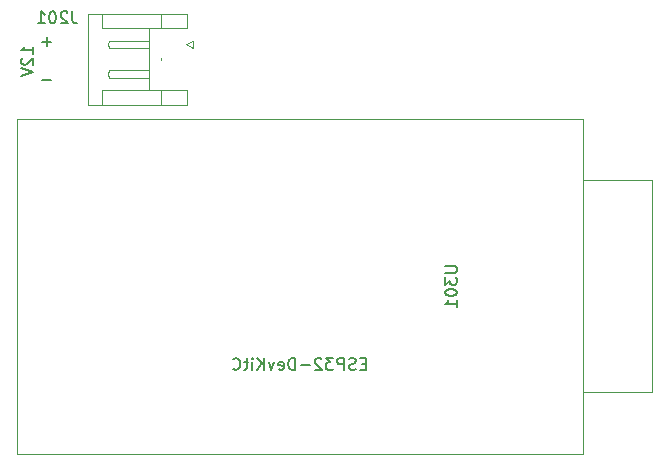
<source format=gbr>
%TF.GenerationSoftware,KiCad,Pcbnew,9.0.4*%
%TF.CreationDate,2025-12-06T22:06:24+01:00*%
%TF.ProjectId,bluebox,626c7565-626f-4782-9e6b-696361645f70,rev?*%
%TF.SameCoordinates,Original*%
%TF.FileFunction,Legend,Bot*%
%TF.FilePolarity,Positive*%
%FSLAX46Y46*%
G04 Gerber Fmt 4.6, Leading zero omitted, Abs format (unit mm)*
G04 Created by KiCad (PCBNEW 9.0.4) date 2025-12-06 22:06:24*
%MOMM*%
%LPD*%
G01*
G04 APERTURE LIST*
%ADD10C,0.150000*%
%ADD11C,0.200000*%
%ADD12C,0.120000*%
G04 APERTURE END LIST*
D10*
X146590819Y-80297788D02*
X146590819Y-79726360D01*
X146590819Y-80012074D02*
X145590819Y-80012074D01*
X145590819Y-80012074D02*
X145733676Y-79916836D01*
X145733676Y-79916836D02*
X145828914Y-79821598D01*
X145828914Y-79821598D02*
X145876533Y-79726360D01*
X145686057Y-80678741D02*
X145638438Y-80726360D01*
X145638438Y-80726360D02*
X145590819Y-80821598D01*
X145590819Y-80821598D02*
X145590819Y-81059693D01*
X145590819Y-81059693D02*
X145638438Y-81154931D01*
X145638438Y-81154931D02*
X145686057Y-81202550D01*
X145686057Y-81202550D02*
X145781295Y-81250169D01*
X145781295Y-81250169D02*
X145876533Y-81250169D01*
X145876533Y-81250169D02*
X146019390Y-81202550D01*
X146019390Y-81202550D02*
X146590819Y-80631122D01*
X146590819Y-80631122D02*
X146590819Y-81250169D01*
X145590819Y-81535884D02*
X146590819Y-81869217D01*
X146590819Y-81869217D02*
X145590819Y-82202550D01*
D11*
X148130326Y-79266378D02*
X147368422Y-79266378D01*
X147749374Y-79647331D02*
X147749374Y-78885426D01*
X148130326Y-82486266D02*
X147368422Y-82486266D01*
D10*
X149895214Y-76719619D02*
X149895214Y-77433904D01*
X149895214Y-77433904D02*
X149942833Y-77576761D01*
X149942833Y-77576761D02*
X150038071Y-77672000D01*
X150038071Y-77672000D02*
X150180928Y-77719619D01*
X150180928Y-77719619D02*
X150276166Y-77719619D01*
X149466642Y-76814857D02*
X149419023Y-76767238D01*
X149419023Y-76767238D02*
X149323785Y-76719619D01*
X149323785Y-76719619D02*
X149085690Y-76719619D01*
X149085690Y-76719619D02*
X148990452Y-76767238D01*
X148990452Y-76767238D02*
X148942833Y-76814857D01*
X148942833Y-76814857D02*
X148895214Y-76910095D01*
X148895214Y-76910095D02*
X148895214Y-77005333D01*
X148895214Y-77005333D02*
X148942833Y-77148190D01*
X148942833Y-77148190D02*
X149514261Y-77719619D01*
X149514261Y-77719619D02*
X148895214Y-77719619D01*
X148276166Y-76719619D02*
X148180928Y-76719619D01*
X148180928Y-76719619D02*
X148085690Y-76767238D01*
X148085690Y-76767238D02*
X148038071Y-76814857D01*
X148038071Y-76814857D02*
X147990452Y-76910095D01*
X147990452Y-76910095D02*
X147942833Y-77100571D01*
X147942833Y-77100571D02*
X147942833Y-77338666D01*
X147942833Y-77338666D02*
X147990452Y-77529142D01*
X147990452Y-77529142D02*
X148038071Y-77624380D01*
X148038071Y-77624380D02*
X148085690Y-77672000D01*
X148085690Y-77672000D02*
X148180928Y-77719619D01*
X148180928Y-77719619D02*
X148276166Y-77719619D01*
X148276166Y-77719619D02*
X148371404Y-77672000D01*
X148371404Y-77672000D02*
X148419023Y-77624380D01*
X148419023Y-77624380D02*
X148466642Y-77529142D01*
X148466642Y-77529142D02*
X148514261Y-77338666D01*
X148514261Y-77338666D02*
X148514261Y-77100571D01*
X148514261Y-77100571D02*
X148466642Y-76910095D01*
X148466642Y-76910095D02*
X148419023Y-76814857D01*
X148419023Y-76814857D02*
X148371404Y-76767238D01*
X148371404Y-76767238D02*
X148276166Y-76719619D01*
X146990452Y-77719619D02*
X147561880Y-77719619D01*
X147276166Y-77719619D02*
X147276166Y-76719619D01*
X147276166Y-76719619D02*
X147371404Y-76862476D01*
X147371404Y-76862476D02*
X147466642Y-76957714D01*
X147466642Y-76957714D02*
X147561880Y-77005333D01*
X181454819Y-98279284D02*
X182264342Y-98279284D01*
X182264342Y-98279284D02*
X182359580Y-98326903D01*
X182359580Y-98326903D02*
X182407200Y-98374522D01*
X182407200Y-98374522D02*
X182454819Y-98469760D01*
X182454819Y-98469760D02*
X182454819Y-98660236D01*
X182454819Y-98660236D02*
X182407200Y-98755474D01*
X182407200Y-98755474D02*
X182359580Y-98803093D01*
X182359580Y-98803093D02*
X182264342Y-98850712D01*
X182264342Y-98850712D02*
X181454819Y-98850712D01*
X181454819Y-99231665D02*
X181454819Y-99850712D01*
X181454819Y-99850712D02*
X181835771Y-99517379D01*
X181835771Y-99517379D02*
X181835771Y-99660236D01*
X181835771Y-99660236D02*
X181883390Y-99755474D01*
X181883390Y-99755474D02*
X181931009Y-99803093D01*
X181931009Y-99803093D02*
X182026247Y-99850712D01*
X182026247Y-99850712D02*
X182264342Y-99850712D01*
X182264342Y-99850712D02*
X182359580Y-99803093D01*
X182359580Y-99803093D02*
X182407200Y-99755474D01*
X182407200Y-99755474D02*
X182454819Y-99660236D01*
X182454819Y-99660236D02*
X182454819Y-99374522D01*
X182454819Y-99374522D02*
X182407200Y-99279284D01*
X182407200Y-99279284D02*
X182359580Y-99231665D01*
X181454819Y-100469760D02*
X181454819Y-100564998D01*
X181454819Y-100564998D02*
X181502438Y-100660236D01*
X181502438Y-100660236D02*
X181550057Y-100707855D01*
X181550057Y-100707855D02*
X181645295Y-100755474D01*
X181645295Y-100755474D02*
X181835771Y-100803093D01*
X181835771Y-100803093D02*
X182073866Y-100803093D01*
X182073866Y-100803093D02*
X182264342Y-100755474D01*
X182264342Y-100755474D02*
X182359580Y-100707855D01*
X182359580Y-100707855D02*
X182407200Y-100660236D01*
X182407200Y-100660236D02*
X182454819Y-100564998D01*
X182454819Y-100564998D02*
X182454819Y-100469760D01*
X182454819Y-100469760D02*
X182407200Y-100374522D01*
X182407200Y-100374522D02*
X182359580Y-100326903D01*
X182359580Y-100326903D02*
X182264342Y-100279284D01*
X182264342Y-100279284D02*
X182073866Y-100231665D01*
X182073866Y-100231665D02*
X181835771Y-100231665D01*
X181835771Y-100231665D02*
X181645295Y-100279284D01*
X181645295Y-100279284D02*
X181550057Y-100326903D01*
X181550057Y-100326903D02*
X181502438Y-100374522D01*
X181502438Y-100374522D02*
X181454819Y-100469760D01*
X182454819Y-101755474D02*
X182454819Y-101184046D01*
X182454819Y-101469760D02*
X181454819Y-101469760D01*
X181454819Y-101469760D02*
X181597676Y-101374522D01*
X181597676Y-101374522D02*
X181692914Y-101279284D01*
X181692914Y-101279284D02*
X181740533Y-101184046D01*
X174745237Y-106531009D02*
X174411904Y-106531009D01*
X174269047Y-107054819D02*
X174745237Y-107054819D01*
X174745237Y-107054819D02*
X174745237Y-106054819D01*
X174745237Y-106054819D02*
X174269047Y-106054819D01*
X173888094Y-107007200D02*
X173745237Y-107054819D01*
X173745237Y-107054819D02*
X173507142Y-107054819D01*
X173507142Y-107054819D02*
X173411904Y-107007200D01*
X173411904Y-107007200D02*
X173364285Y-106959580D01*
X173364285Y-106959580D02*
X173316666Y-106864342D01*
X173316666Y-106864342D02*
X173316666Y-106769104D01*
X173316666Y-106769104D02*
X173364285Y-106673866D01*
X173364285Y-106673866D02*
X173411904Y-106626247D01*
X173411904Y-106626247D02*
X173507142Y-106578628D01*
X173507142Y-106578628D02*
X173697618Y-106531009D01*
X173697618Y-106531009D02*
X173792856Y-106483390D01*
X173792856Y-106483390D02*
X173840475Y-106435771D01*
X173840475Y-106435771D02*
X173888094Y-106340533D01*
X173888094Y-106340533D02*
X173888094Y-106245295D01*
X173888094Y-106245295D02*
X173840475Y-106150057D01*
X173840475Y-106150057D02*
X173792856Y-106102438D01*
X173792856Y-106102438D02*
X173697618Y-106054819D01*
X173697618Y-106054819D02*
X173459523Y-106054819D01*
X173459523Y-106054819D02*
X173316666Y-106102438D01*
X172888094Y-107054819D02*
X172888094Y-106054819D01*
X172888094Y-106054819D02*
X172507142Y-106054819D01*
X172507142Y-106054819D02*
X172411904Y-106102438D01*
X172411904Y-106102438D02*
X172364285Y-106150057D01*
X172364285Y-106150057D02*
X172316666Y-106245295D01*
X172316666Y-106245295D02*
X172316666Y-106388152D01*
X172316666Y-106388152D02*
X172364285Y-106483390D01*
X172364285Y-106483390D02*
X172411904Y-106531009D01*
X172411904Y-106531009D02*
X172507142Y-106578628D01*
X172507142Y-106578628D02*
X172888094Y-106578628D01*
X171983332Y-106054819D02*
X171364285Y-106054819D01*
X171364285Y-106054819D02*
X171697618Y-106435771D01*
X171697618Y-106435771D02*
X171554761Y-106435771D01*
X171554761Y-106435771D02*
X171459523Y-106483390D01*
X171459523Y-106483390D02*
X171411904Y-106531009D01*
X171411904Y-106531009D02*
X171364285Y-106626247D01*
X171364285Y-106626247D02*
X171364285Y-106864342D01*
X171364285Y-106864342D02*
X171411904Y-106959580D01*
X171411904Y-106959580D02*
X171459523Y-107007200D01*
X171459523Y-107007200D02*
X171554761Y-107054819D01*
X171554761Y-107054819D02*
X171840475Y-107054819D01*
X171840475Y-107054819D02*
X171935713Y-107007200D01*
X171935713Y-107007200D02*
X171983332Y-106959580D01*
X170983332Y-106150057D02*
X170935713Y-106102438D01*
X170935713Y-106102438D02*
X170840475Y-106054819D01*
X170840475Y-106054819D02*
X170602380Y-106054819D01*
X170602380Y-106054819D02*
X170507142Y-106102438D01*
X170507142Y-106102438D02*
X170459523Y-106150057D01*
X170459523Y-106150057D02*
X170411904Y-106245295D01*
X170411904Y-106245295D02*
X170411904Y-106340533D01*
X170411904Y-106340533D02*
X170459523Y-106483390D01*
X170459523Y-106483390D02*
X171030951Y-107054819D01*
X171030951Y-107054819D02*
X170411904Y-107054819D01*
X169983332Y-106673866D02*
X169221428Y-106673866D01*
X168745237Y-107054819D02*
X168745237Y-106054819D01*
X168745237Y-106054819D02*
X168507142Y-106054819D01*
X168507142Y-106054819D02*
X168364285Y-106102438D01*
X168364285Y-106102438D02*
X168269047Y-106197676D01*
X168269047Y-106197676D02*
X168221428Y-106292914D01*
X168221428Y-106292914D02*
X168173809Y-106483390D01*
X168173809Y-106483390D02*
X168173809Y-106626247D01*
X168173809Y-106626247D02*
X168221428Y-106816723D01*
X168221428Y-106816723D02*
X168269047Y-106911961D01*
X168269047Y-106911961D02*
X168364285Y-107007200D01*
X168364285Y-107007200D02*
X168507142Y-107054819D01*
X168507142Y-107054819D02*
X168745237Y-107054819D01*
X167364285Y-107007200D02*
X167459523Y-107054819D01*
X167459523Y-107054819D02*
X167649999Y-107054819D01*
X167649999Y-107054819D02*
X167745237Y-107007200D01*
X167745237Y-107007200D02*
X167792856Y-106911961D01*
X167792856Y-106911961D02*
X167792856Y-106531009D01*
X167792856Y-106531009D02*
X167745237Y-106435771D01*
X167745237Y-106435771D02*
X167649999Y-106388152D01*
X167649999Y-106388152D02*
X167459523Y-106388152D01*
X167459523Y-106388152D02*
X167364285Y-106435771D01*
X167364285Y-106435771D02*
X167316666Y-106531009D01*
X167316666Y-106531009D02*
X167316666Y-106626247D01*
X167316666Y-106626247D02*
X167792856Y-106721485D01*
X166983332Y-106388152D02*
X166745237Y-107054819D01*
X166745237Y-107054819D02*
X166507142Y-106388152D01*
X166126189Y-107054819D02*
X166126189Y-106054819D01*
X165554761Y-107054819D02*
X165983332Y-106483390D01*
X165554761Y-106054819D02*
X166126189Y-106626247D01*
X165126189Y-107054819D02*
X165126189Y-106388152D01*
X165126189Y-106054819D02*
X165173808Y-106102438D01*
X165173808Y-106102438D02*
X165126189Y-106150057D01*
X165126189Y-106150057D02*
X165078570Y-106102438D01*
X165078570Y-106102438D02*
X165126189Y-106054819D01*
X165126189Y-106054819D02*
X165126189Y-106150057D01*
X164792856Y-106388152D02*
X164411904Y-106388152D01*
X164649999Y-106054819D02*
X164649999Y-106911961D01*
X164649999Y-106911961D02*
X164602380Y-107007200D01*
X164602380Y-107007200D02*
X164507142Y-107054819D01*
X164507142Y-107054819D02*
X164411904Y-107054819D01*
X163507142Y-106959580D02*
X163554761Y-107007200D01*
X163554761Y-107007200D02*
X163697618Y-107054819D01*
X163697618Y-107054819D02*
X163792856Y-107054819D01*
X163792856Y-107054819D02*
X163935713Y-107007200D01*
X163935713Y-107007200D02*
X164030951Y-106911961D01*
X164030951Y-106911961D02*
X164078570Y-106816723D01*
X164078570Y-106816723D02*
X164126189Y-106626247D01*
X164126189Y-106626247D02*
X164126189Y-106483390D01*
X164126189Y-106483390D02*
X164078570Y-106292914D01*
X164078570Y-106292914D02*
X164030951Y-106197676D01*
X164030951Y-106197676D02*
X163935713Y-106102438D01*
X163935713Y-106102438D02*
X163792856Y-106054819D01*
X163792856Y-106054819D02*
X163697618Y-106054819D01*
X163697618Y-106054819D02*
X163554761Y-106102438D01*
X163554761Y-106102438D02*
X163507142Y-106150057D01*
D12*
%TO.C,J201*%
X151190000Y-76890000D02*
X159610000Y-76890000D01*
X151190000Y-84610000D02*
X151190000Y-76890000D01*
X152410000Y-78110000D02*
X152410000Y-76890000D01*
X152410000Y-83390000D02*
X152410000Y-84610000D01*
X152910000Y-79500000D02*
X152990000Y-79180000D01*
X152910000Y-82000000D02*
X152990000Y-81680000D01*
X152990000Y-79180000D02*
X156410000Y-79180000D01*
X152990000Y-79820000D02*
X152910000Y-79500000D01*
X152990000Y-81680000D02*
X156410000Y-81680000D01*
X152990000Y-82320000D02*
X152910000Y-82000000D01*
X156410000Y-79180000D02*
X156410000Y-79500000D01*
X156410000Y-79500000D02*
X156410000Y-79820000D01*
X156410000Y-79820000D02*
X152990000Y-79820000D01*
X156410000Y-81680000D02*
X156410000Y-82000000D01*
X156410000Y-82000000D02*
X156410000Y-82320000D01*
X156410000Y-82320000D02*
X152990000Y-82320000D01*
X156410000Y-83390000D02*
X156410000Y-78110000D01*
X157410000Y-76890000D02*
X157410000Y-78110000D01*
X157410000Y-78110000D02*
X152410000Y-78110000D01*
X157410000Y-80830000D02*
X157410000Y-80670000D01*
X157410000Y-83390000D02*
X152410000Y-83390000D01*
X157410000Y-83390000D02*
X159610000Y-83390000D01*
X157410000Y-84610000D02*
X157410000Y-83390000D01*
X159500000Y-79500000D02*
X160100000Y-79800000D01*
X159610000Y-76890000D02*
X159610000Y-78110000D01*
X159610000Y-78110000D02*
X157410000Y-78110000D01*
X159610000Y-83390000D02*
X159610000Y-84610000D01*
X159610000Y-84610000D02*
X151190000Y-84610000D01*
X160100000Y-79200000D02*
X159500000Y-79500000D01*
X160100000Y-79800000D02*
X160100000Y-79200000D01*
%TO.C,U301*%
X145180000Y-85800001D02*
X193100000Y-85800000D01*
X145180000Y-114200000D02*
X145180000Y-85800001D01*
X193100000Y-85800000D02*
X193100000Y-114199999D01*
X193100000Y-114199999D02*
X145180000Y-114200000D01*
X193120320Y-108969880D02*
X199013120Y-108969880D01*
X199013120Y-90986680D02*
X193120320Y-90986680D01*
X199013120Y-108969880D02*
X199013120Y-90986680D01*
%TD*%
M02*

</source>
